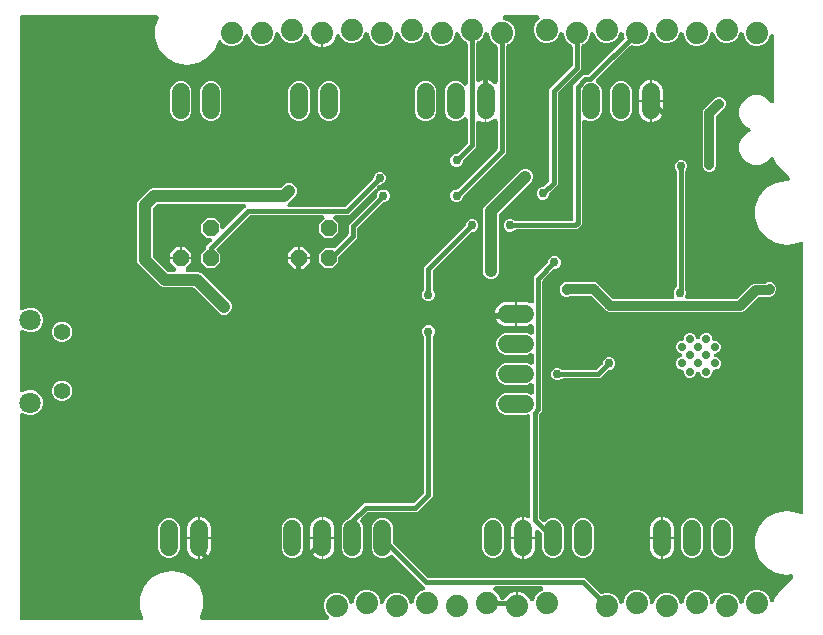
<source format=gbr>
G04 EAGLE Gerber RS-274X export*
G75*
%MOMM*%
%FSLAX34Y34*%
%LPD*%
%INBottom Copper*%
%IPPOS*%
%AMOC8*
5,1,8,0,0,1.08239X$1,22.5*%
G01*
G04 Define Apertures*
%ADD10C,1.879600*%
%ADD11C,1.408000*%
%ADD12C,1.800000*%
%ADD13C,1.524000*%
%ADD14P,1.42962X8X22.5*%
%ADD15C,0.708000*%
%ADD16C,0.756400*%
%ADD17C,0.406400*%
%ADD18C,1.016000*%
%ADD19C,0.812800*%
G36*
X114343Y11083D02*
X115010Y11540D01*
X115446Y12222D01*
X115582Y13019D01*
X115460Y13649D01*
X112903Y20675D01*
X112903Y30125D01*
X116135Y39005D01*
X122210Y46244D01*
X130393Y50969D01*
X139700Y52610D01*
X149007Y50969D01*
X157190Y46244D01*
X163265Y39005D01*
X166497Y30125D01*
X166497Y20675D01*
X163940Y13649D01*
X163820Y12849D01*
X164022Y12066D01*
X164513Y11423D01*
X165215Y11023D01*
X165849Y10922D01*
X270986Y10922D01*
X271779Y11083D01*
X272446Y11540D01*
X272882Y12222D01*
X273017Y13019D01*
X272831Y13806D01*
X272423Y14391D01*
X270141Y16673D01*
X268478Y20687D01*
X268478Y25033D01*
X270141Y29047D01*
X273213Y32119D01*
X277227Y33782D01*
X281573Y33782D01*
X285587Y32119D01*
X288659Y29047D01*
X289969Y25886D01*
X290421Y25215D01*
X291098Y24774D01*
X291895Y24632D01*
X292683Y24812D01*
X293339Y25285D01*
X293758Y25976D01*
X293878Y26663D01*
X293878Y27573D01*
X295541Y31587D01*
X298613Y34659D01*
X302627Y36322D01*
X306973Y36322D01*
X310987Y34659D01*
X314059Y31587D01*
X315722Y27573D01*
X315722Y26663D01*
X315883Y25871D01*
X316340Y25204D01*
X317022Y24768D01*
X317819Y24632D01*
X318606Y24818D01*
X319258Y25297D01*
X319631Y25886D01*
X320941Y29047D01*
X324013Y32119D01*
X328027Y33782D01*
X332373Y33782D01*
X336387Y32119D01*
X339459Y29047D01*
X340769Y25886D01*
X341221Y25215D01*
X341898Y24774D01*
X342695Y24632D01*
X343483Y24812D01*
X344139Y25285D01*
X344558Y25976D01*
X344678Y26663D01*
X344678Y27573D01*
X346341Y31587D01*
X349413Y34659D01*
X352967Y36131D01*
X353637Y36583D01*
X354078Y37261D01*
X354220Y38057D01*
X354041Y38845D01*
X353626Y39445D01*
X327298Y65773D01*
X326624Y66220D01*
X325829Y66368D01*
X325039Y66194D01*
X324424Y65773D01*
X323280Y64628D01*
X319919Y63236D01*
X316281Y63236D01*
X312920Y64628D01*
X310348Y67200D01*
X308956Y70561D01*
X308956Y89439D01*
X310348Y92800D01*
X312920Y95372D01*
X316281Y96764D01*
X319919Y96764D01*
X323280Y95372D01*
X325852Y92800D01*
X327244Y89439D01*
X327244Y76727D01*
X327405Y75934D01*
X327839Y75290D01*
X355978Y47151D01*
X356652Y46705D01*
X357415Y46556D01*
X489333Y46556D01*
X502237Y33652D01*
X502911Y33206D01*
X503706Y33057D01*
X504451Y33212D01*
X505827Y33782D01*
X510173Y33782D01*
X514187Y32119D01*
X517259Y29047D01*
X518569Y25886D01*
X519021Y25215D01*
X519698Y24774D01*
X520495Y24632D01*
X521283Y24812D01*
X521939Y25285D01*
X522358Y25976D01*
X522478Y26663D01*
X522478Y27573D01*
X524141Y31587D01*
X527213Y34659D01*
X531227Y36322D01*
X535573Y36322D01*
X539587Y34659D01*
X542659Y31587D01*
X544322Y27573D01*
X544322Y26663D01*
X544483Y25871D01*
X544940Y25204D01*
X545622Y24768D01*
X546419Y24632D01*
X547206Y24818D01*
X547858Y25297D01*
X548231Y25886D01*
X549541Y29047D01*
X552613Y32119D01*
X556627Y33782D01*
X560973Y33782D01*
X564987Y32119D01*
X568059Y29047D01*
X569369Y25886D01*
X569821Y25215D01*
X570498Y24774D01*
X571295Y24632D01*
X572083Y24812D01*
X572739Y25285D01*
X573158Y25976D01*
X573278Y26663D01*
X573278Y27573D01*
X574941Y31587D01*
X578013Y34659D01*
X582027Y36322D01*
X586373Y36322D01*
X590387Y34659D01*
X593459Y31587D01*
X595122Y27573D01*
X595122Y26663D01*
X595283Y25871D01*
X595740Y25204D01*
X596422Y24768D01*
X597219Y24632D01*
X598006Y24818D01*
X598658Y25297D01*
X599031Y25886D01*
X600341Y29047D01*
X603413Y32119D01*
X607427Y33782D01*
X611773Y33782D01*
X615787Y32119D01*
X618859Y29047D01*
X620169Y25886D01*
X620621Y25215D01*
X621298Y24774D01*
X622095Y24632D01*
X622883Y24812D01*
X623539Y25285D01*
X623958Y25976D01*
X624078Y26663D01*
X624078Y27573D01*
X625741Y31587D01*
X628813Y34659D01*
X632827Y36322D01*
X637173Y36322D01*
X641187Y34659D01*
X644259Y31587D01*
X645973Y27450D01*
X646425Y26780D01*
X647102Y26338D01*
X647899Y26196D01*
X648687Y26376D01*
X649343Y26849D01*
X649727Y27450D01*
X650580Y29508D01*
X650589Y29530D01*
X651393Y31539D01*
X652922Y33068D01*
X652939Y33085D01*
X665673Y46127D01*
X666111Y46807D01*
X666250Y47603D01*
X666067Y48391D01*
X665591Y49045D01*
X664898Y49462D01*
X663866Y49548D01*
X660700Y48990D01*
X651393Y50631D01*
X643210Y55356D01*
X637135Y62595D01*
X633903Y71475D01*
X633903Y80925D01*
X637135Y89805D01*
X643210Y97044D01*
X651393Y101769D01*
X660700Y103410D01*
X670007Y101769D01*
X671530Y100890D01*
X672297Y100633D01*
X673103Y100695D01*
X673821Y101068D01*
X674337Y101690D01*
X674578Y102650D01*
X674578Y329150D01*
X674417Y329943D01*
X673960Y330610D01*
X673279Y331046D01*
X672481Y331181D01*
X671530Y330910D01*
X670007Y330031D01*
X660700Y328390D01*
X651393Y330031D01*
X643210Y334756D01*
X637135Y341995D01*
X633903Y350875D01*
X633903Y360325D01*
X637135Y369205D01*
X643210Y376444D01*
X651393Y381169D01*
X660700Y382810D01*
X660870Y382780D01*
X661679Y382801D01*
X662415Y383136D01*
X662963Y383731D01*
X663235Y384493D01*
X663188Y385300D01*
X662677Y386201D01*
X652939Y396175D01*
X652922Y396192D01*
X651393Y397721D01*
X650589Y399730D01*
X650580Y399752D01*
X649855Y401502D01*
X649403Y402173D01*
X648725Y402614D01*
X647929Y402756D01*
X647140Y402576D01*
X646540Y402162D01*
X642763Y398384D01*
X637466Y396190D01*
X631734Y396190D01*
X626437Y398384D01*
X622384Y402437D01*
X620190Y407734D01*
X620190Y413466D01*
X622384Y418763D01*
X626437Y422816D01*
X628626Y423723D01*
X629296Y424175D01*
X629738Y424852D01*
X629880Y425649D01*
X629700Y426437D01*
X629227Y427093D01*
X628626Y427477D01*
X626437Y428384D01*
X622384Y432437D01*
X620190Y437734D01*
X620190Y443466D01*
X622384Y448763D01*
X626437Y452816D01*
X631734Y455010D01*
X637466Y455010D01*
X642763Y452816D01*
X646309Y449270D01*
X646983Y448823D01*
X647778Y448675D01*
X648568Y448848D01*
X649228Y449316D01*
X649653Y450004D01*
X649778Y450707D01*
X649778Y504921D01*
X649617Y505714D01*
X649160Y506381D01*
X648479Y506817D01*
X647681Y506952D01*
X646894Y506766D01*
X646242Y506288D01*
X645869Y505699D01*
X644259Y501813D01*
X641187Y498741D01*
X637173Y497078D01*
X632827Y497078D01*
X628813Y498741D01*
X625741Y501813D01*
X624078Y505827D01*
X624078Y506737D01*
X623917Y507529D01*
X623460Y508196D01*
X622779Y508632D01*
X621981Y508768D01*
X621194Y508582D01*
X620542Y508103D01*
X620169Y507515D01*
X618859Y504353D01*
X615787Y501281D01*
X611773Y499618D01*
X607427Y499618D01*
X603413Y501281D01*
X600341Y504353D01*
X599031Y507515D01*
X598579Y508185D01*
X597902Y508626D01*
X597105Y508768D01*
X596317Y508588D01*
X595661Y508115D01*
X595242Y507424D01*
X595122Y506737D01*
X595122Y505827D01*
X593459Y501813D01*
X590387Y498741D01*
X586373Y497078D01*
X582027Y497078D01*
X578013Y498741D01*
X574941Y501813D01*
X573278Y505827D01*
X573278Y506737D01*
X573117Y507529D01*
X572660Y508196D01*
X571979Y508632D01*
X571181Y508768D01*
X570394Y508582D01*
X569742Y508103D01*
X569369Y507515D01*
X568059Y504353D01*
X564987Y501281D01*
X560973Y499618D01*
X556627Y499618D01*
X552613Y501281D01*
X549541Y504353D01*
X548231Y507515D01*
X547779Y508185D01*
X547102Y508626D01*
X546305Y508768D01*
X545517Y508588D01*
X544861Y508115D01*
X544442Y507424D01*
X544322Y506737D01*
X544322Y505827D01*
X542659Y501813D01*
X539587Y498741D01*
X535573Y497078D01*
X531227Y497078D01*
X529851Y497648D01*
X529057Y497803D01*
X528266Y497636D01*
X527637Y497208D01*
X499117Y468688D01*
X498670Y468013D01*
X498522Y467218D01*
X498695Y466429D01*
X499163Y465769D01*
X499776Y465373D01*
X499780Y465372D01*
X502352Y462800D01*
X503744Y459439D01*
X503744Y440561D01*
X502352Y437200D01*
X499780Y434628D01*
X496419Y433236D01*
X492781Y433236D01*
X489790Y434475D01*
X488996Y434630D01*
X488205Y434463D01*
X487541Y434000D01*
X487111Y433315D01*
X486980Y432598D01*
X486980Y345551D01*
X482873Y341444D01*
X430790Y341444D01*
X429997Y341283D01*
X429353Y340849D01*
X429006Y340502D01*
X427055Y339694D01*
X424945Y339694D01*
X422994Y340502D01*
X421502Y341994D01*
X420694Y343945D01*
X420694Y346055D01*
X421502Y348006D01*
X422994Y349498D01*
X424945Y350306D01*
X427055Y350306D01*
X429006Y349498D01*
X429353Y349151D01*
X430027Y348705D01*
X430790Y348556D01*
X477836Y348556D01*
X478629Y348717D01*
X479296Y349174D01*
X479731Y349856D01*
X479868Y350588D01*
X479868Y463722D01*
X488498Y472352D01*
X491881Y472352D01*
X492674Y472513D01*
X493318Y472947D01*
X522608Y502237D01*
X523054Y502911D01*
X523203Y503706D01*
X523048Y504451D01*
X522478Y505827D01*
X522478Y506737D01*
X522317Y507529D01*
X521860Y508196D01*
X521179Y508632D01*
X520381Y508768D01*
X519594Y508582D01*
X518942Y508103D01*
X518569Y507515D01*
X517259Y504353D01*
X514187Y501281D01*
X510173Y499618D01*
X505827Y499618D01*
X501813Y501281D01*
X498741Y504353D01*
X497431Y507515D01*
X496979Y508185D01*
X496302Y508626D01*
X495505Y508768D01*
X494717Y508588D01*
X494061Y508115D01*
X493642Y507424D01*
X493522Y506737D01*
X493522Y505827D01*
X491859Y501813D01*
X488787Y498741D01*
X487410Y498171D01*
X486740Y497719D01*
X486299Y497041D01*
X486156Y496293D01*
X486156Y477127D01*
X467151Y458122D01*
X466705Y457448D01*
X466556Y456685D01*
X466556Y379505D01*
X459912Y372861D01*
X459466Y372187D01*
X459317Y371424D01*
X459317Y370933D01*
X458509Y368983D01*
X457017Y367491D01*
X455067Y366683D01*
X452956Y366683D01*
X451006Y367491D01*
X449513Y368983D01*
X448705Y370933D01*
X448705Y373044D01*
X449513Y374994D01*
X451006Y376487D01*
X452956Y377295D01*
X453447Y377295D01*
X454239Y377456D01*
X454883Y377890D01*
X458849Y381855D01*
X459295Y382530D01*
X459444Y383292D01*
X459444Y460473D01*
X478449Y479478D01*
X478895Y480152D01*
X479044Y480915D01*
X479044Y496293D01*
X478883Y497086D01*
X478426Y497753D01*
X477790Y498171D01*
X476413Y498741D01*
X473341Y501813D01*
X471678Y505827D01*
X471678Y506737D01*
X471517Y507529D01*
X471060Y508196D01*
X470379Y508632D01*
X469581Y508768D01*
X468794Y508582D01*
X468142Y508103D01*
X467769Y507515D01*
X466459Y504353D01*
X463387Y501281D01*
X459373Y499618D01*
X455027Y499618D01*
X451013Y501281D01*
X447941Y504353D01*
X446278Y508367D01*
X446278Y512713D01*
X447941Y516727D01*
X450608Y519394D01*
X451054Y520068D01*
X451203Y520863D01*
X451029Y521653D01*
X450561Y522313D01*
X449873Y522738D01*
X449171Y522863D01*
X421974Y522863D01*
X421182Y522702D01*
X420515Y522244D01*
X420079Y521563D01*
X419943Y520766D01*
X420130Y519979D01*
X420608Y519327D01*
X421197Y518953D01*
X425287Y517259D01*
X428359Y514187D01*
X430022Y510173D01*
X430022Y505827D01*
X428359Y501813D01*
X425287Y498741D01*
X423910Y498171D01*
X423240Y497719D01*
X422799Y497041D01*
X422656Y496293D01*
X422656Y406627D01*
X386901Y370872D01*
X386455Y370198D01*
X386306Y369435D01*
X386306Y368945D01*
X385498Y366994D01*
X384006Y365502D01*
X382055Y364694D01*
X379945Y364694D01*
X377994Y365502D01*
X376502Y366994D01*
X375694Y368945D01*
X375694Y371055D01*
X376502Y373006D01*
X377994Y374498D01*
X379945Y375306D01*
X380435Y375306D01*
X381228Y375467D01*
X381872Y375901D01*
X414949Y408978D01*
X415395Y409652D01*
X415544Y410415D01*
X415544Y433250D01*
X415383Y434042D01*
X414926Y434709D01*
X414245Y435145D01*
X413447Y435281D01*
X412660Y435095D01*
X412075Y434687D01*
X411155Y433767D01*
X407421Y432220D01*
X406162Y432220D01*
X406162Y467780D01*
X407421Y467780D01*
X411155Y466233D01*
X412075Y465313D01*
X412749Y464867D01*
X413544Y464718D01*
X414334Y464892D01*
X414994Y465360D01*
X415419Y466048D01*
X415544Y466750D01*
X415544Y496293D01*
X415383Y497086D01*
X414926Y497753D01*
X414290Y498171D01*
X412913Y498741D01*
X409841Y501813D01*
X408178Y505827D01*
X408178Y506737D01*
X408017Y507529D01*
X407560Y508196D01*
X406879Y508632D01*
X406081Y508768D01*
X405294Y508582D01*
X404642Y508103D01*
X404269Y507515D01*
X402959Y504353D01*
X399887Y501281D01*
X398510Y500711D01*
X397840Y500259D01*
X397399Y499581D01*
X397256Y498833D01*
X397256Y468285D01*
X397417Y467492D01*
X397874Y466825D01*
X398556Y466389D01*
X399353Y466254D01*
X400066Y466408D01*
X403379Y467780D01*
X404638Y467780D01*
X404638Y432220D01*
X403379Y432220D01*
X400066Y433592D01*
X399272Y433747D01*
X398481Y433580D01*
X397817Y433117D01*
X397387Y432433D01*
X397256Y431715D01*
X397256Y411227D01*
X386901Y400872D01*
X386455Y400198D01*
X386306Y399435D01*
X386306Y398945D01*
X385498Y396994D01*
X384006Y395502D01*
X382055Y394694D01*
X379945Y394694D01*
X377994Y395502D01*
X376502Y396994D01*
X375694Y398945D01*
X375694Y401055D01*
X376502Y403006D01*
X377994Y404498D01*
X379945Y405306D01*
X380435Y405306D01*
X381228Y405467D01*
X381872Y405901D01*
X389549Y413578D01*
X389995Y414252D01*
X390144Y415015D01*
X390144Y434687D01*
X389983Y435479D01*
X389526Y436146D01*
X388845Y436582D01*
X388047Y436718D01*
X387260Y436532D01*
X386675Y436124D01*
X385180Y434628D01*
X381819Y433236D01*
X378181Y433236D01*
X374820Y434628D01*
X372248Y437200D01*
X370856Y440561D01*
X370856Y459439D01*
X372248Y462800D01*
X374820Y465372D01*
X378181Y466764D01*
X381819Y466764D01*
X385180Y465372D01*
X386675Y463876D01*
X387349Y463430D01*
X388144Y463282D01*
X388934Y463455D01*
X389594Y463923D01*
X390019Y464611D01*
X390144Y465313D01*
X390144Y498833D01*
X389983Y499626D01*
X389526Y500293D01*
X388890Y500711D01*
X387513Y501281D01*
X384441Y504353D01*
X383131Y507515D01*
X382679Y508185D01*
X382002Y508626D01*
X381205Y508768D01*
X380417Y508588D01*
X379761Y508115D01*
X379342Y507424D01*
X379222Y506737D01*
X379222Y505827D01*
X377559Y501813D01*
X374487Y498741D01*
X370473Y497078D01*
X366127Y497078D01*
X362113Y498741D01*
X359041Y501813D01*
X357378Y505827D01*
X357378Y506737D01*
X357217Y507529D01*
X356760Y508196D01*
X356079Y508632D01*
X355281Y508768D01*
X354494Y508582D01*
X353842Y508103D01*
X353469Y507515D01*
X352159Y504353D01*
X349087Y501281D01*
X345073Y499618D01*
X340727Y499618D01*
X336713Y501281D01*
X333641Y504353D01*
X332331Y507515D01*
X331879Y508185D01*
X331202Y508626D01*
X330405Y508768D01*
X329617Y508588D01*
X328961Y508115D01*
X328542Y507424D01*
X328422Y506737D01*
X328422Y505827D01*
X326759Y501813D01*
X323687Y498741D01*
X319673Y497078D01*
X315327Y497078D01*
X311313Y498741D01*
X308241Y501813D01*
X306578Y505827D01*
X306578Y506737D01*
X306417Y507529D01*
X305960Y508196D01*
X305279Y508632D01*
X304481Y508768D01*
X303694Y508582D01*
X303042Y508103D01*
X302669Y507515D01*
X301359Y504353D01*
X298287Y501281D01*
X294273Y499618D01*
X289927Y499618D01*
X285913Y501281D01*
X282841Y504353D01*
X282353Y505530D01*
X281901Y506201D01*
X281224Y506642D01*
X280427Y506784D01*
X279639Y506604D01*
X278983Y506131D01*
X278599Y505530D01*
X276821Y501238D01*
X273462Y497879D01*
X269075Y496062D01*
X267462Y496062D01*
X267462Y508762D01*
X265938Y508762D01*
X265938Y496062D01*
X264325Y496062D01*
X259938Y497879D01*
X256579Y501238D01*
X254801Y505530D01*
X254349Y506201D01*
X253672Y506642D01*
X252876Y506784D01*
X252087Y506604D01*
X251431Y506131D01*
X251047Y505530D01*
X250559Y504353D01*
X247487Y501281D01*
X243473Y499618D01*
X239127Y499618D01*
X235113Y501281D01*
X232041Y504353D01*
X230731Y507515D01*
X230279Y508185D01*
X229602Y508626D01*
X228805Y508768D01*
X228017Y508588D01*
X227361Y508115D01*
X226942Y507424D01*
X226822Y506737D01*
X226822Y505827D01*
X225159Y501813D01*
X222087Y498741D01*
X218073Y497078D01*
X213727Y497078D01*
X209713Y498741D01*
X206641Y501813D01*
X205077Y505588D01*
X204625Y506258D01*
X203948Y506700D01*
X203151Y506841D01*
X202363Y506662D01*
X201707Y506189D01*
X201323Y505588D01*
X199759Y501813D01*
X196687Y498741D01*
X192673Y497078D01*
X188327Y497078D01*
X184313Y498741D01*
X181828Y501226D01*
X181153Y501673D01*
X180358Y501821D01*
X179569Y501648D01*
X178909Y501180D01*
X178481Y500484D01*
X176265Y494395D01*
X170190Y487156D01*
X162007Y482431D01*
X152700Y480790D01*
X143393Y482431D01*
X135210Y487156D01*
X129135Y494395D01*
X125903Y503275D01*
X125903Y512725D01*
X128600Y520136D01*
X128720Y520936D01*
X128518Y521719D01*
X128027Y522361D01*
X127325Y522761D01*
X126691Y522863D01*
X12954Y522863D01*
X12161Y522702D01*
X11494Y522244D01*
X11059Y521563D01*
X10922Y520831D01*
X10922Y275500D01*
X11083Y274708D01*
X11540Y274041D01*
X12222Y273605D01*
X13019Y273469D01*
X13732Y273623D01*
X17829Y275320D01*
X22015Y275320D01*
X25883Y273718D01*
X28844Y270757D01*
X30446Y266889D01*
X30446Y262703D01*
X28844Y258835D01*
X25883Y255874D01*
X22015Y254272D01*
X17829Y254272D01*
X13732Y255969D01*
X12938Y256124D01*
X12147Y255956D01*
X11483Y255494D01*
X11053Y254809D01*
X10922Y254092D01*
X10922Y205500D01*
X11083Y204708D01*
X11540Y204041D01*
X12222Y203605D01*
X13019Y203469D01*
X13732Y203623D01*
X17829Y205320D01*
X22015Y205320D01*
X25883Y203718D01*
X28844Y200757D01*
X30446Y196889D01*
X30446Y192703D01*
X28844Y188835D01*
X25883Y185874D01*
X22015Y184272D01*
X17829Y184272D01*
X13732Y185969D01*
X12938Y186124D01*
X12147Y185956D01*
X11483Y185494D01*
X11053Y184809D01*
X10922Y184092D01*
X10922Y12954D01*
X11083Y12161D01*
X11540Y11494D01*
X12222Y11059D01*
X12954Y10922D01*
X113551Y10922D01*
X114343Y11083D01*
G37*
%LPC*%
G36*
X546162Y450762D02*
X546162Y467780D01*
X547421Y467780D01*
X551155Y466233D01*
X554013Y463375D01*
X555560Y459641D01*
X555560Y450762D01*
X546162Y450762D01*
G37*
G36*
X535240Y450762D02*
X535240Y459641D01*
X536787Y463375D01*
X539645Y466233D01*
X543379Y467780D01*
X544638Y467780D01*
X544638Y450762D01*
X535240Y450762D01*
G37*
G36*
X352781Y433236D02*
X349420Y434628D01*
X346848Y437200D01*
X345456Y440561D01*
X345456Y459439D01*
X346848Y462800D01*
X349420Y465372D01*
X352781Y466764D01*
X356419Y466764D01*
X359780Y465372D01*
X362352Y462800D01*
X363744Y459439D01*
X363744Y440561D01*
X362352Y437200D01*
X359780Y434628D01*
X356419Y433236D01*
X352781Y433236D01*
G37*
G36*
X245481Y433236D02*
X242120Y434628D01*
X239548Y437200D01*
X238156Y440561D01*
X238156Y459439D01*
X239548Y462800D01*
X242120Y465372D01*
X245481Y466764D01*
X249119Y466764D01*
X252480Y465372D01*
X255052Y462800D01*
X256444Y459439D01*
X256444Y440561D01*
X255052Y437200D01*
X252480Y434628D01*
X249119Y433236D01*
X245481Y433236D01*
G37*
G36*
X170881Y433236D02*
X167520Y434628D01*
X164948Y437200D01*
X163556Y440561D01*
X163556Y459439D01*
X164948Y462800D01*
X167520Y465372D01*
X170881Y466764D01*
X174519Y466764D01*
X177880Y465372D01*
X180452Y462800D01*
X181844Y459439D01*
X181844Y440561D01*
X180452Y437200D01*
X177880Y434628D01*
X174519Y433236D01*
X170881Y433236D01*
G37*
G36*
X518181Y433236D02*
X514820Y434628D01*
X512248Y437200D01*
X510856Y440561D01*
X510856Y459439D01*
X512248Y462800D01*
X514820Y465372D01*
X518181Y466764D01*
X521819Y466764D01*
X525180Y465372D01*
X527752Y462800D01*
X529144Y459439D01*
X529144Y440561D01*
X527752Y437200D01*
X525180Y434628D01*
X521819Y433236D01*
X518181Y433236D01*
G37*
G36*
X145481Y433236D02*
X142120Y434628D01*
X139548Y437200D01*
X138156Y440561D01*
X138156Y459439D01*
X139548Y462800D01*
X142120Y465372D01*
X145481Y466764D01*
X149119Y466764D01*
X152480Y465372D01*
X155052Y462800D01*
X156444Y459439D01*
X156444Y440561D01*
X155052Y437200D01*
X152480Y434628D01*
X149119Y433236D01*
X145481Y433236D01*
G37*
G36*
X270881Y433236D02*
X267520Y434628D01*
X264948Y437200D01*
X263556Y440561D01*
X263556Y459439D01*
X264948Y462800D01*
X267520Y465372D01*
X270881Y466764D01*
X274519Y466764D01*
X277880Y465372D01*
X280452Y462800D01*
X281844Y459439D01*
X281844Y440561D01*
X280452Y437200D01*
X277880Y434628D01*
X274519Y433236D01*
X270881Y433236D01*
G37*
G36*
X593888Y390412D02*
X591835Y391263D01*
X590263Y392835D01*
X589412Y394888D01*
X589412Y441112D01*
X590263Y443165D01*
X599835Y452737D01*
X601888Y453588D01*
X604112Y453588D01*
X606165Y452737D01*
X607737Y451165D01*
X608588Y449112D01*
X608588Y446888D01*
X607737Y444835D01*
X601183Y438281D01*
X600737Y437606D01*
X600588Y436844D01*
X600588Y394888D01*
X599737Y392835D01*
X598165Y391263D01*
X596112Y390412D01*
X593888Y390412D01*
G37*
G36*
X543379Y432220D02*
X539645Y433767D01*
X536787Y436625D01*
X535240Y440359D01*
X535240Y449238D01*
X544638Y449238D01*
X544638Y432220D01*
X543379Y432220D01*
G37*
G36*
X546162Y432220D02*
X546162Y449238D01*
X555560Y449238D01*
X555560Y440359D01*
X554013Y436625D01*
X551155Y433767D01*
X547421Y432220D01*
X546162Y432220D01*
G37*
G36*
X509888Y271412D02*
X507835Y272263D01*
X495281Y284817D01*
X494606Y285263D01*
X493844Y285412D01*
X477930Y285412D01*
X477152Y285257D01*
X475112Y284412D01*
X472888Y284412D01*
X470835Y285263D01*
X469263Y286835D01*
X468412Y288888D01*
X468412Y292112D01*
X469263Y294165D01*
X470835Y295737D01*
X472888Y296588D01*
X498112Y296588D01*
X500165Y295737D01*
X512719Y283183D01*
X513394Y282737D01*
X514156Y282588D01*
X563457Y282588D01*
X564250Y282749D01*
X564917Y283206D01*
X565353Y283888D01*
X565488Y284685D01*
X565335Y285398D01*
X564694Y286945D01*
X564694Y289055D01*
X565502Y291006D01*
X566849Y292353D01*
X567295Y293027D01*
X567444Y293790D01*
X567444Y390211D01*
X567283Y391003D01*
X566849Y391647D01*
X566502Y391994D01*
X565694Y393945D01*
X565694Y396055D01*
X566502Y398006D01*
X567994Y399498D01*
X569945Y400306D01*
X572055Y400306D01*
X574006Y399498D01*
X575498Y398006D01*
X576306Y396055D01*
X576306Y393945D01*
X575498Y391994D01*
X575151Y391647D01*
X574705Y390973D01*
X574556Y390211D01*
X574556Y291270D01*
X574711Y290493D01*
X575306Y289055D01*
X575306Y286945D01*
X574665Y285398D01*
X574511Y284604D01*
X574678Y283813D01*
X575141Y283149D01*
X575825Y282719D01*
X576543Y282588D01*
X617844Y282588D01*
X618636Y282749D01*
X619281Y283183D01*
X630835Y294737D01*
X632888Y295588D01*
X642070Y295588D01*
X642848Y295743D01*
X644888Y296588D01*
X647112Y296588D01*
X649165Y295737D01*
X650737Y294165D01*
X651588Y292112D01*
X651588Y289888D01*
X650737Y287835D01*
X648165Y285263D01*
X646112Y284412D01*
X637156Y284412D01*
X636364Y284251D01*
X635719Y283817D01*
X624165Y272263D01*
X622112Y271412D01*
X509888Y271412D01*
G37*
G36*
X408686Y299396D02*
X406259Y300401D01*
X404401Y302259D01*
X403396Y304686D01*
X403396Y358314D01*
X404401Y360741D01*
X435259Y391599D01*
X437686Y392604D01*
X440314Y392604D01*
X442741Y391599D01*
X444599Y389741D01*
X445604Y387314D01*
X445604Y384686D01*
X444599Y382259D01*
X417199Y354860D01*
X416753Y354185D01*
X416604Y353423D01*
X416604Y304686D01*
X415599Y302259D01*
X413741Y300401D01*
X411314Y299396D01*
X408686Y299396D01*
G37*
G36*
X182686Y269396D02*
X180259Y270401D01*
X158860Y291801D01*
X158185Y292247D01*
X157423Y292396D01*
X132686Y292396D01*
X130259Y293401D01*
X111401Y312259D01*
X110396Y314686D01*
X110396Y363314D01*
X111401Y365741D01*
X121259Y375599D01*
X123686Y376604D01*
X231423Y376604D01*
X232215Y376765D01*
X232860Y377199D01*
X235259Y379599D01*
X237686Y380604D01*
X240314Y380604D01*
X242741Y379599D01*
X244599Y377741D01*
X245604Y375314D01*
X245604Y372686D01*
X244599Y370259D01*
X238618Y364278D01*
X238225Y364013D01*
X237783Y363336D01*
X237641Y362539D01*
X237821Y361751D01*
X238294Y361095D01*
X238986Y360676D01*
X239673Y360556D01*
X285685Y360556D01*
X286478Y360717D01*
X287122Y361151D01*
X310099Y384128D01*
X310545Y384802D01*
X310694Y385565D01*
X310694Y386055D01*
X311502Y388006D01*
X312994Y389498D01*
X314945Y390306D01*
X317055Y390306D01*
X319006Y389498D01*
X320498Y388006D01*
X321306Y386055D01*
X321306Y383945D01*
X320498Y381994D01*
X319006Y380502D01*
X317055Y379694D01*
X316565Y379694D01*
X315772Y379533D01*
X315128Y379099D01*
X313885Y377856D01*
X313438Y377182D01*
X313290Y376387D01*
X313463Y375597D01*
X313618Y375379D01*
X313298Y375580D01*
X312500Y375709D01*
X311715Y375516D01*
X311144Y375115D01*
X289473Y353444D01*
X278356Y353444D01*
X277564Y353283D01*
X276897Y352826D01*
X276461Y352145D01*
X276325Y351347D01*
X276512Y350560D01*
X276920Y349975D01*
X280828Y346067D01*
X280828Y339333D01*
X276067Y334572D01*
X269333Y334572D01*
X264572Y339333D01*
X264572Y346067D01*
X268480Y349975D01*
X268927Y350649D01*
X269075Y351444D01*
X268902Y352234D01*
X268434Y352894D01*
X267746Y353319D01*
X267044Y353444D01*
X206315Y353444D01*
X205522Y353283D01*
X204878Y352849D01*
X178199Y326170D01*
X177752Y325496D01*
X177604Y324701D01*
X177777Y323911D01*
X178199Y323296D01*
X180828Y320667D01*
X180828Y313933D01*
X176067Y309172D01*
X169333Y309172D01*
X164572Y313933D01*
X164572Y320667D01*
X168549Y324644D01*
X168995Y325318D01*
X169144Y326080D01*
X169144Y327173D01*
X173074Y331103D01*
X173521Y331777D01*
X173669Y332572D01*
X173496Y333362D01*
X173028Y334022D01*
X172340Y334447D01*
X171637Y334572D01*
X169333Y334572D01*
X164572Y339333D01*
X164572Y346067D01*
X169333Y350828D01*
X176067Y350828D01*
X180828Y346067D01*
X180828Y343763D01*
X180989Y342970D01*
X181446Y342303D01*
X182128Y341867D01*
X182925Y341732D01*
X183712Y341918D01*
X184297Y342326D01*
X201898Y359927D01*
X202345Y360601D01*
X202493Y361396D01*
X202320Y362186D01*
X201852Y362846D01*
X201164Y363271D01*
X200461Y363396D01*
X128577Y363396D01*
X127785Y363235D01*
X127140Y362801D01*
X124199Y359860D01*
X123753Y359185D01*
X123604Y358423D01*
X123604Y319577D01*
X123765Y318785D01*
X124199Y318140D01*
X136140Y306199D01*
X136815Y305753D01*
X137577Y305604D01*
X141159Y305604D01*
X141951Y305765D01*
X142618Y306222D01*
X143054Y306904D01*
X143190Y307701D01*
X143004Y308488D01*
X142596Y309073D01*
X138156Y313512D01*
X138156Y316538D01*
X156444Y316538D01*
X156444Y313512D01*
X152004Y309073D01*
X151558Y308399D01*
X151410Y307604D01*
X151583Y306814D01*
X152051Y306154D01*
X152739Y305729D01*
X153441Y305604D01*
X162314Y305604D01*
X164741Y304599D01*
X189599Y279741D01*
X190604Y277314D01*
X190604Y274686D01*
X189599Y272259D01*
X187741Y270401D01*
X185314Y269396D01*
X182686Y269396D01*
G37*
G36*
X269333Y309172D02*
X264572Y313933D01*
X264572Y320667D01*
X269333Y325428D01*
X276557Y325428D01*
X277350Y325589D01*
X277994Y326023D01*
X288849Y336878D01*
X289295Y337552D01*
X289444Y338315D01*
X289444Y345473D01*
X313099Y369128D01*
X313545Y369802D01*
X313694Y370565D01*
X313694Y371055D01*
X314458Y372901D01*
X314613Y373695D01*
X314446Y374486D01*
X314282Y374720D01*
X314619Y374512D01*
X315419Y374389D01*
X316099Y374542D01*
X317945Y375306D01*
X320055Y375306D01*
X322006Y374498D01*
X323498Y373006D01*
X324306Y371055D01*
X324306Y368945D01*
X323498Y366994D01*
X322006Y365502D01*
X320055Y364694D01*
X319565Y364694D01*
X318772Y364533D01*
X318128Y364099D01*
X297151Y343122D01*
X296705Y342448D01*
X296556Y341685D01*
X296556Y334527D01*
X281423Y319394D01*
X280977Y318720D01*
X280828Y317957D01*
X280828Y313933D01*
X276067Y309172D01*
X269333Y309172D01*
G37*
G36*
X355945Y280694D02*
X353994Y281502D01*
X352502Y282994D01*
X351694Y284945D01*
X351694Y287055D01*
X352502Y289006D01*
X352849Y289353D01*
X353295Y290027D01*
X353444Y290790D01*
X353444Y309473D01*
X388099Y344128D01*
X388545Y344802D01*
X388694Y345565D01*
X388694Y346055D01*
X389502Y348006D01*
X390994Y349498D01*
X392945Y350306D01*
X395055Y350306D01*
X397006Y349498D01*
X398498Y348006D01*
X399306Y346055D01*
X399306Y343945D01*
X398498Y341994D01*
X397006Y340502D01*
X395055Y339694D01*
X394565Y339694D01*
X393772Y339533D01*
X393128Y339099D01*
X361151Y307122D01*
X360705Y306448D01*
X360556Y305685D01*
X360556Y290790D01*
X360717Y289997D01*
X361151Y289353D01*
X361498Y289006D01*
X362306Y287055D01*
X362306Y284945D01*
X361498Y282994D01*
X360006Y281502D01*
X358055Y280694D01*
X355945Y280694D01*
G37*
G36*
X248062Y318062D02*
X248062Y326444D01*
X251088Y326444D01*
X256444Y321088D01*
X256444Y318062D01*
X248062Y318062D01*
G37*
G36*
X138156Y318062D02*
X138156Y321088D01*
X143512Y326444D01*
X146538Y326444D01*
X146538Y318062D01*
X138156Y318062D01*
G37*
G36*
X238156Y318062D02*
X238156Y321088D01*
X243512Y326444D01*
X246538Y326444D01*
X246538Y318062D01*
X238156Y318062D01*
G37*
G36*
X148062Y318062D02*
X148062Y326444D01*
X151088Y326444D01*
X156444Y321088D01*
X156444Y318062D01*
X148062Y318062D01*
G37*
G36*
X460881Y63236D02*
X457520Y64628D01*
X454948Y67200D01*
X453556Y70561D01*
X453556Y83273D01*
X453395Y84066D01*
X452961Y84710D01*
X450929Y86742D01*
X450255Y87189D01*
X449460Y87337D01*
X448670Y87164D01*
X448010Y86696D01*
X447585Y86008D01*
X447460Y85305D01*
X447460Y80762D01*
X438062Y80762D01*
X438062Y97780D01*
X439321Y97780D01*
X440634Y97236D01*
X441428Y97081D01*
X442219Y97249D01*
X442883Y97711D01*
X443313Y98396D01*
X443444Y99113D01*
X443444Y182960D01*
X443283Y183752D01*
X442826Y184419D01*
X442145Y184855D01*
X441347Y184991D01*
X440634Y184837D01*
X440439Y184756D01*
X421561Y184756D01*
X418200Y186148D01*
X415628Y188720D01*
X414236Y192081D01*
X414236Y195719D01*
X415628Y199080D01*
X418200Y201652D01*
X421561Y203044D01*
X440439Y203044D01*
X443430Y201805D01*
X444224Y201650D01*
X445015Y201818D01*
X445679Y202280D01*
X446109Y202965D01*
X446240Y203682D01*
X446240Y209518D01*
X446079Y210310D01*
X445622Y210977D01*
X444941Y211413D01*
X444143Y211549D01*
X443430Y211395D01*
X440439Y210156D01*
X421561Y210156D01*
X418200Y211548D01*
X415628Y214120D01*
X414236Y217481D01*
X414236Y221119D01*
X415628Y224480D01*
X418200Y227052D01*
X421561Y228444D01*
X440439Y228444D01*
X443430Y227205D01*
X444224Y227050D01*
X445015Y227218D01*
X445679Y227680D01*
X446109Y228365D01*
X446240Y229082D01*
X446240Y234918D01*
X446079Y235710D01*
X445622Y236377D01*
X444941Y236813D01*
X444143Y236949D01*
X443430Y236795D01*
X440439Y235556D01*
X421561Y235556D01*
X418200Y236948D01*
X415628Y239520D01*
X414236Y242881D01*
X414236Y246519D01*
X415628Y249880D01*
X418200Y252452D01*
X421561Y253844D01*
X440439Y253844D01*
X443430Y252605D01*
X444224Y252450D01*
X445015Y252618D01*
X445679Y253080D01*
X446109Y253765D01*
X446240Y254482D01*
X446240Y259218D01*
X446079Y260011D01*
X445622Y260678D01*
X444941Y261113D01*
X444143Y261249D01*
X443430Y261095D01*
X440641Y259940D01*
X431762Y259940D01*
X431762Y280260D01*
X440641Y280260D01*
X443430Y279105D01*
X444224Y278950D01*
X445015Y279117D01*
X445679Y279580D01*
X446109Y280265D01*
X446240Y280982D01*
X446240Y301269D01*
X457724Y312753D01*
X458171Y313428D01*
X458320Y314190D01*
X458320Y314681D01*
X459127Y316631D01*
X460620Y318124D01*
X462570Y318932D01*
X464681Y318932D01*
X466631Y318124D01*
X468124Y316631D01*
X468932Y314681D01*
X468932Y312570D01*
X468124Y310620D01*
X466631Y309127D01*
X464681Y308320D01*
X464190Y308320D01*
X463398Y308159D01*
X462753Y307724D01*
X453947Y298918D01*
X453501Y298244D01*
X453352Y297481D01*
X453352Y187798D01*
X451151Y185597D01*
X450705Y184923D01*
X450556Y184160D01*
X450556Y98015D01*
X450717Y97222D01*
X451151Y96578D01*
X453502Y94227D01*
X454176Y93780D01*
X454971Y93632D01*
X455761Y93806D01*
X456376Y94227D01*
X457520Y95372D01*
X460881Y96764D01*
X464519Y96764D01*
X467880Y95372D01*
X470452Y92800D01*
X471844Y89439D01*
X471844Y70561D01*
X470452Y67200D01*
X467880Y64628D01*
X464519Y63236D01*
X460881Y63236D01*
G37*
G36*
X248062Y308156D02*
X248062Y316538D01*
X256444Y316538D01*
X256444Y313512D01*
X251088Y308156D01*
X248062Y308156D01*
G37*
G36*
X243512Y308156D02*
X238156Y313512D01*
X238156Y316538D01*
X246538Y316538D01*
X246538Y308156D01*
X243512Y308156D01*
G37*
G36*
X413220Y270862D02*
X413220Y272121D01*
X414767Y275855D01*
X417625Y278713D01*
X421359Y280260D01*
X430238Y280260D01*
X430238Y270862D01*
X413220Y270862D01*
G37*
G36*
X421359Y259940D02*
X417625Y261487D01*
X414767Y264345D01*
X413220Y268079D01*
X413220Y269338D01*
X430238Y269338D01*
X430238Y259940D01*
X421359Y259940D01*
G37*
G36*
X45219Y246232D02*
X42071Y247536D01*
X39662Y249945D01*
X38358Y253093D01*
X38358Y256500D01*
X39662Y259647D01*
X42071Y262056D01*
X45219Y263360D01*
X48626Y263360D01*
X51773Y262056D01*
X54182Y259647D01*
X55486Y256500D01*
X55486Y253093D01*
X54182Y249945D01*
X51773Y247536D01*
X48626Y246232D01*
X45219Y246232D01*
G37*
G36*
X290881Y63236D02*
X287520Y64628D01*
X284948Y67200D01*
X283556Y70561D01*
X283556Y89439D01*
X284948Y92800D01*
X287520Y95372D01*
X288551Y95799D01*
X289210Y96239D01*
X302527Y109556D01*
X343685Y109556D01*
X344478Y109717D01*
X345122Y110151D01*
X352849Y117878D01*
X353295Y118552D01*
X353444Y119315D01*
X353444Y250211D01*
X353283Y251003D01*
X352849Y251647D01*
X352502Y251994D01*
X351694Y253945D01*
X351694Y256055D01*
X352502Y258006D01*
X353994Y259498D01*
X355945Y260306D01*
X358055Y260306D01*
X360006Y259498D01*
X361498Y258006D01*
X362306Y256055D01*
X362306Y253945D01*
X361498Y251994D01*
X361151Y251647D01*
X360705Y250973D01*
X360556Y250211D01*
X360556Y115527D01*
X347473Y102444D01*
X306315Y102444D01*
X305522Y102283D01*
X304878Y101849D01*
X299577Y96548D01*
X299130Y95874D01*
X298982Y95079D01*
X299156Y94289D01*
X299577Y93674D01*
X300452Y92800D01*
X301844Y89439D01*
X301844Y70561D01*
X300452Y67200D01*
X297880Y64628D01*
X294519Y63236D01*
X290881Y63236D01*
G37*
G36*
X577393Y215936D02*
X575532Y216707D01*
X574107Y218132D01*
X573336Y219993D01*
X573336Y220904D01*
X573175Y221697D01*
X572718Y222364D01*
X572037Y222799D01*
X571304Y222936D01*
X570393Y222936D01*
X568532Y223707D01*
X567107Y225132D01*
X566336Y226993D01*
X566336Y229007D01*
X567107Y230869D01*
X568532Y232293D01*
X570534Y233123D01*
X571205Y233575D01*
X571646Y234252D01*
X571788Y235049D01*
X571608Y235837D01*
X571135Y236493D01*
X570534Y236877D01*
X568532Y237707D01*
X567107Y239132D01*
X566336Y240993D01*
X566336Y243007D01*
X567107Y244869D01*
X568532Y246293D01*
X570393Y247064D01*
X571304Y247064D01*
X572097Y247225D01*
X572764Y247682D01*
X573199Y248364D01*
X573336Y249096D01*
X573336Y250007D01*
X574107Y251869D01*
X575532Y253293D01*
X577393Y254064D01*
X579407Y254064D01*
X581269Y253293D01*
X582693Y251869D01*
X583523Y249866D01*
X583975Y249195D01*
X584652Y248754D01*
X585449Y248612D01*
X586237Y248792D01*
X586893Y249265D01*
X587277Y249866D01*
X588107Y251869D01*
X589532Y253293D01*
X591393Y254064D01*
X593407Y254064D01*
X595269Y253293D01*
X596693Y251869D01*
X597464Y250007D01*
X597464Y249096D01*
X597625Y248303D01*
X598082Y247636D01*
X598764Y247201D01*
X599496Y247064D01*
X600407Y247064D01*
X602269Y246293D01*
X603693Y244869D01*
X604464Y243007D01*
X604464Y240993D01*
X603693Y239132D01*
X602269Y237707D01*
X600266Y236877D01*
X599595Y236425D01*
X599154Y235748D01*
X599012Y234951D01*
X599192Y234163D01*
X599665Y233507D01*
X600266Y233123D01*
X602269Y232293D01*
X603693Y230869D01*
X604464Y229007D01*
X604464Y226993D01*
X603693Y225132D01*
X602269Y223707D01*
X600407Y222936D01*
X599496Y222936D01*
X598703Y222775D01*
X598036Y222318D01*
X597601Y221637D01*
X597464Y220904D01*
X597464Y219993D01*
X596693Y218132D01*
X595269Y216707D01*
X593407Y215936D01*
X591393Y215936D01*
X589532Y216707D01*
X588107Y218132D01*
X587277Y220134D01*
X586825Y220805D01*
X586148Y221246D01*
X585351Y221388D01*
X584563Y221208D01*
X583907Y220735D01*
X583523Y220134D01*
X582693Y218132D01*
X581269Y216707D01*
X579407Y215936D01*
X577393Y215936D01*
G37*
G36*
X464945Y213694D02*
X462994Y214502D01*
X461502Y215994D01*
X460694Y217945D01*
X460694Y220055D01*
X461502Y222006D01*
X462994Y223498D01*
X464945Y224306D01*
X467055Y224306D01*
X469006Y223498D01*
X469353Y223151D01*
X470027Y222705D01*
X470790Y222556D01*
X498685Y222556D01*
X499478Y222717D01*
X500122Y223151D01*
X504099Y227128D01*
X504545Y227802D01*
X504694Y228565D01*
X504694Y229055D01*
X505502Y231006D01*
X506994Y232498D01*
X508945Y233306D01*
X511055Y233306D01*
X513006Y232498D01*
X514498Y231006D01*
X515306Y229055D01*
X515306Y226945D01*
X514498Y224994D01*
X513006Y223502D01*
X511055Y222694D01*
X510565Y222694D01*
X509772Y222533D01*
X509128Y222099D01*
X502473Y215444D01*
X470790Y215444D01*
X469997Y215283D01*
X469353Y214849D01*
X469006Y214502D01*
X467055Y213694D01*
X464945Y213694D01*
G37*
G36*
X45219Y196232D02*
X42071Y197536D01*
X39662Y199945D01*
X38358Y203093D01*
X38358Y206500D01*
X39662Y209647D01*
X42071Y212056D01*
X45219Y213360D01*
X48626Y213360D01*
X51773Y212056D01*
X54182Y209647D01*
X55486Y206500D01*
X55486Y203093D01*
X54182Y199945D01*
X51773Y197536D01*
X48626Y196232D01*
X45219Y196232D01*
G37*
G36*
X152540Y80762D02*
X152540Y89641D01*
X154087Y93375D01*
X156945Y96233D01*
X160679Y97780D01*
X161938Y97780D01*
X161938Y80762D01*
X152540Y80762D01*
G37*
G36*
X268062Y80762D02*
X268062Y97780D01*
X269321Y97780D01*
X273055Y96233D01*
X275913Y93375D01*
X277460Y89641D01*
X277460Y80762D01*
X268062Y80762D01*
G37*
G36*
X555362Y80762D02*
X555362Y97780D01*
X556621Y97780D01*
X560355Y96233D01*
X563213Y93375D01*
X564760Y89641D01*
X564760Y80762D01*
X555362Y80762D01*
G37*
G36*
X427140Y80762D02*
X427140Y89641D01*
X428687Y93375D01*
X431545Y96233D01*
X435279Y97780D01*
X436538Y97780D01*
X436538Y80762D01*
X427140Y80762D01*
G37*
G36*
X257140Y80762D02*
X257140Y89641D01*
X258687Y93375D01*
X261545Y96233D01*
X265279Y97780D01*
X266538Y97780D01*
X266538Y80762D01*
X257140Y80762D01*
G37*
G36*
X544440Y80762D02*
X544440Y89641D01*
X545987Y93375D01*
X548845Y96233D01*
X552579Y97780D01*
X553838Y97780D01*
X553838Y80762D01*
X544440Y80762D01*
G37*
G36*
X163462Y80762D02*
X163462Y97780D01*
X164721Y97780D01*
X168455Y96233D01*
X171313Y93375D01*
X172860Y89641D01*
X172860Y80762D01*
X163462Y80762D01*
G37*
G36*
X410081Y63236D02*
X406720Y64628D01*
X404148Y67200D01*
X402756Y70561D01*
X402756Y89439D01*
X404148Y92800D01*
X406720Y95372D01*
X410081Y96764D01*
X413719Y96764D01*
X417080Y95372D01*
X419652Y92800D01*
X421044Y89439D01*
X421044Y70561D01*
X419652Y67200D01*
X417080Y64628D01*
X413719Y63236D01*
X410081Y63236D01*
G37*
G36*
X603581Y63236D02*
X600220Y64628D01*
X597648Y67200D01*
X596256Y70561D01*
X596256Y89439D01*
X597648Y92800D01*
X600220Y95372D01*
X603581Y96764D01*
X607219Y96764D01*
X610580Y95372D01*
X613152Y92800D01*
X614544Y89439D01*
X614544Y70561D01*
X613152Y67200D01*
X610580Y64628D01*
X607219Y63236D01*
X603581Y63236D01*
G37*
G36*
X578181Y63236D02*
X574820Y64628D01*
X572248Y67200D01*
X570856Y70561D01*
X570856Y89439D01*
X572248Y92800D01*
X574820Y95372D01*
X578181Y96764D01*
X581819Y96764D01*
X585180Y95372D01*
X587752Y92800D01*
X589144Y89439D01*
X589144Y70561D01*
X587752Y67200D01*
X585180Y64628D01*
X581819Y63236D01*
X578181Y63236D01*
G37*
G36*
X486281Y63236D02*
X482920Y64628D01*
X480348Y67200D01*
X478956Y70561D01*
X478956Y89439D01*
X480348Y92800D01*
X482920Y95372D01*
X486281Y96764D01*
X489919Y96764D01*
X493280Y95372D01*
X495852Y92800D01*
X497244Y89439D01*
X497244Y70561D01*
X495852Y67200D01*
X493280Y64628D01*
X489919Y63236D01*
X486281Y63236D01*
G37*
G36*
X240081Y63236D02*
X236720Y64628D01*
X234148Y67200D01*
X232756Y70561D01*
X232756Y89439D01*
X234148Y92800D01*
X236720Y95372D01*
X240081Y96764D01*
X243719Y96764D01*
X247080Y95372D01*
X249652Y92800D01*
X251044Y89439D01*
X251044Y70561D01*
X249652Y67200D01*
X247080Y64628D01*
X243719Y63236D01*
X240081Y63236D01*
G37*
G36*
X135481Y63236D02*
X132120Y64628D01*
X129548Y67200D01*
X128156Y70561D01*
X128156Y89439D01*
X129548Y92800D01*
X132120Y95372D01*
X135481Y96764D01*
X139119Y96764D01*
X142480Y95372D01*
X145052Y92800D01*
X146444Y89439D01*
X146444Y70561D01*
X145052Y67200D01*
X142480Y64628D01*
X139119Y63236D01*
X135481Y63236D01*
G37*
G36*
X555362Y62220D02*
X555362Y79238D01*
X564760Y79238D01*
X564760Y70359D01*
X563213Y66625D01*
X560355Y63767D01*
X556621Y62220D01*
X555362Y62220D01*
G37*
G36*
X552579Y62220D02*
X548845Y63767D01*
X545987Y66625D01*
X544440Y70359D01*
X544440Y79238D01*
X553838Y79238D01*
X553838Y62220D01*
X552579Y62220D01*
G37*
G36*
X438062Y62220D02*
X438062Y79238D01*
X447460Y79238D01*
X447460Y70359D01*
X445913Y66625D01*
X443055Y63767D01*
X439321Y62220D01*
X438062Y62220D01*
G37*
G36*
X435279Y62220D02*
X431545Y63767D01*
X428687Y66625D01*
X427140Y70359D01*
X427140Y79238D01*
X436538Y79238D01*
X436538Y62220D01*
X435279Y62220D01*
G37*
G36*
X268062Y62220D02*
X268062Y79238D01*
X277460Y79238D01*
X277460Y70359D01*
X275913Y66625D01*
X273055Y63767D01*
X269321Y62220D01*
X268062Y62220D01*
G37*
G36*
X265279Y62220D02*
X261545Y63767D01*
X258687Y66625D01*
X257140Y70359D01*
X257140Y79238D01*
X266538Y79238D01*
X266538Y62220D01*
X265279Y62220D01*
G37*
G36*
X163462Y62220D02*
X163462Y79238D01*
X172860Y79238D01*
X172860Y70359D01*
X171313Y66625D01*
X168455Y63767D01*
X164721Y62220D01*
X163462Y62220D01*
G37*
G36*
X160679Y62220D02*
X156945Y63767D01*
X154087Y66625D01*
X152540Y70359D01*
X152540Y79238D01*
X161938Y79238D01*
X161938Y62220D01*
X160679Y62220D01*
G37*
%LPD*%
G36*
X432562Y34798D02*
X434175Y34798D01*
X438562Y32981D01*
X441921Y29622D01*
X442647Y27870D01*
X443098Y27199D01*
X443776Y26758D01*
X444572Y26616D01*
X445361Y26796D01*
X446017Y27269D01*
X446401Y27870D01*
X447941Y31587D01*
X451013Y34659D01*
X453127Y35535D01*
X453797Y35987D01*
X454239Y36664D01*
X454381Y37461D01*
X454201Y38249D01*
X453728Y38905D01*
X453036Y39324D01*
X452349Y39444D01*
X413906Y39444D01*
X413113Y39283D01*
X412446Y38826D01*
X412010Y38145D01*
X411875Y37347D01*
X412061Y36560D01*
X412539Y35908D01*
X413128Y35535D01*
X413162Y35521D01*
X416521Y32162D01*
X417749Y29197D01*
X418201Y28527D01*
X418878Y28085D01*
X419675Y27943D01*
X420463Y28123D01*
X421119Y28596D01*
X421503Y29197D01*
X421680Y29622D01*
X425038Y32981D01*
X429425Y34798D01*
X431038Y34798D01*
X431038Y22098D01*
X432562Y22098D01*
X432562Y34798D01*
G37*
D10*
X330200Y22860D03*
X355600Y25400D03*
X381000Y22860D03*
X406400Y25400D03*
X431800Y22860D03*
X457200Y25400D03*
X508000Y22860D03*
X533400Y25400D03*
X558800Y22860D03*
X584200Y25400D03*
X609600Y22860D03*
X635000Y25400D03*
X635000Y508000D03*
X609600Y510540D03*
X584200Y508000D03*
X558800Y510540D03*
X533400Y508000D03*
X508000Y510540D03*
X482600Y508000D03*
X457200Y510540D03*
X419100Y508000D03*
X393700Y510540D03*
X368300Y508000D03*
X342900Y510540D03*
X317500Y508000D03*
X292100Y510540D03*
X266700Y508000D03*
X241300Y510540D03*
X215900Y508000D03*
X190500Y508000D03*
X304800Y25400D03*
X279400Y22860D03*
D11*
X46922Y254796D03*
X46922Y204796D03*
D12*
X19922Y264796D03*
X19922Y194796D03*
D13*
X520000Y442380D02*
X520000Y457620D01*
X494600Y457620D02*
X494600Y442380D01*
X545400Y442380D02*
X545400Y457620D01*
X380000Y457620D02*
X380000Y442380D01*
X354600Y442380D02*
X354600Y457620D01*
X405400Y457620D02*
X405400Y442380D01*
X267300Y87620D02*
X267300Y72380D01*
X241900Y72380D02*
X241900Y87620D01*
X292700Y87620D02*
X292700Y72380D01*
X318100Y72380D02*
X318100Y87620D01*
X437300Y87620D02*
X437300Y72380D01*
X411900Y72380D02*
X411900Y87620D01*
X462700Y87620D02*
X462700Y72380D01*
X488100Y72380D02*
X488100Y87620D01*
X272700Y442380D02*
X272700Y457620D01*
X247300Y457620D02*
X247300Y442380D01*
X580000Y87620D02*
X580000Y72380D01*
X605400Y72380D02*
X605400Y87620D01*
X554600Y87620D02*
X554600Y72380D01*
X172700Y442380D02*
X172700Y457620D01*
X147300Y457620D02*
X147300Y442380D01*
X423380Y219300D02*
X438620Y219300D01*
X438620Y193900D02*
X423380Y193900D01*
X423380Y244700D02*
X438620Y244700D01*
X438620Y270100D02*
X423380Y270100D01*
X162700Y87620D02*
X162700Y72380D01*
X137300Y72380D02*
X137300Y87620D01*
D14*
X147300Y317300D03*
X172700Y317300D03*
X172700Y342700D03*
X247300Y317300D03*
X272700Y317300D03*
X272700Y342700D03*
D15*
X599400Y242000D03*
X599400Y228000D03*
X592400Y249000D03*
X592400Y235000D03*
X592400Y221000D03*
X585400Y242000D03*
X585400Y228000D03*
X578400Y249000D03*
X578400Y235000D03*
X578400Y221000D03*
X571400Y242000D03*
X571400Y228000D03*
D16*
X121000Y226000D03*
D17*
X120000Y227000D01*
X120000Y253000D01*
D16*
X120000Y253000D03*
X247000Y262000D03*
D17*
X247000Y296000D01*
X247000Y317000D01*
X247300Y317300D01*
X247000Y296000D02*
X248000Y295000D01*
X315000Y295000D01*
X324000Y286000D01*
X324000Y268000D01*
D16*
X324000Y268000D03*
X335000Y144000D03*
D17*
X312000Y121000D01*
X290000Y121000D01*
X289000Y122000D01*
D16*
X289000Y122000D03*
D17*
X267300Y80000D02*
X267300Y77300D01*
X235000Y45000D01*
X188000Y45000D01*
X162700Y70300D01*
X162700Y80000D01*
X406400Y25400D02*
X429260Y25400D01*
X431800Y22860D01*
D16*
X585000Y422000D03*
D17*
X573400Y422000D01*
X545400Y450000D01*
D16*
X405000Y476134D03*
D17*
X405000Y450400D01*
X405400Y450000D01*
D16*
X473000Y440000D03*
D17*
X473000Y407000D01*
X474000Y406000D01*
D16*
X474000Y406000D03*
D17*
X428900Y268000D02*
X324000Y268000D01*
X428900Y268000D02*
X431000Y270100D01*
D16*
X457134Y271000D03*
D17*
X497000Y271000D01*
X499000Y273000D01*
D16*
X499000Y273000D03*
D17*
X527000Y245000D01*
X559000Y245000D01*
D16*
X559000Y245000D03*
X311000Y483000D03*
X100000Y460000D03*
X209000Y483000D03*
X444000Y484000D03*
X612000Y477000D03*
X512000Y401000D03*
X544000Y402000D03*
X505000Y338000D03*
X312000Y449000D03*
X312000Y414000D03*
X321000Y309000D03*
X645000Y260000D03*
X645000Y217000D03*
X545000Y229000D03*
X545000Y178000D03*
X590000Y178000D03*
X630000Y178000D03*
X523000Y108000D03*
X523000Y80000D03*
X366000Y87000D03*
X428000Y149000D03*
X463000Y149000D03*
X237000Y34000D03*
X200000Y34000D03*
X205000Y79000D03*
X225000Y122000D03*
X175000Y123000D03*
X174000Y177000D03*
X51000Y146000D03*
X102000Y146000D03*
X50000Y89000D03*
X101000Y91000D03*
X263000Y242000D03*
X46000Y409000D03*
X100000Y410000D03*
X45000Y358000D03*
X101000Y358000D03*
X45000Y310000D03*
X102000Y310000D03*
X46000Y460000D03*
X209000Y448000D03*
X209000Y411000D03*
X184000Y276000D03*
D18*
X161000Y299000D01*
X134000Y299000D01*
X117000Y316000D01*
X117000Y362000D01*
D16*
X117000Y362000D03*
D18*
X125000Y370000D01*
X235000Y370000D01*
X239000Y374000D01*
D16*
X239000Y374000D03*
D17*
X357000Y255000D02*
X357000Y117000D01*
X494196Y468796D02*
X533400Y508000D01*
X494196Y468796D02*
X489971Y468796D01*
X483424Y462249D01*
X483424Y347024D01*
X357000Y117000D02*
X346000Y106000D01*
X304000Y106000D01*
X292700Y94700D01*
X292700Y80000D01*
D16*
X357000Y255000D03*
X357000Y286000D03*
D17*
X357000Y308000D01*
X394000Y345000D01*
D16*
X394000Y345000D03*
X426000Y345000D03*
D17*
X481400Y345000D01*
X483424Y347024D01*
X318100Y80000D02*
X355100Y43000D01*
X487860Y43000D01*
X508000Y22860D01*
X482600Y478600D02*
X482600Y508000D01*
X482600Y478600D02*
X463000Y459000D01*
X449796Y189271D02*
X447000Y186475D01*
X447000Y95700D01*
X462700Y80000D01*
D16*
X454011Y371989D03*
D17*
X463000Y380978D02*
X463000Y459000D01*
X463000Y380978D02*
X454011Y371989D01*
D16*
X463626Y313626D03*
D17*
X449796Y299796D01*
X449796Y189271D01*
D16*
X646000Y291000D03*
X595000Y396000D03*
D19*
X595000Y440000D01*
X603000Y448000D01*
D16*
X603000Y448000D03*
D19*
X646000Y291000D02*
X645000Y290000D01*
X634000Y290000D01*
X621000Y277000D01*
X511000Y277000D01*
X497000Y291000D01*
X474000Y291000D01*
X474000Y290000D01*
D16*
X474000Y290000D03*
X571000Y395000D03*
D17*
X571000Y289000D01*
X570000Y288000D01*
D16*
X570000Y288000D03*
X316000Y385000D03*
D17*
X288000Y357000D01*
X204000Y357000D01*
X172700Y325700D01*
X172700Y317300D01*
X393700Y412700D02*
X393700Y510540D01*
X393700Y412700D02*
X381000Y400000D01*
D16*
X381000Y400000D03*
D17*
X419100Y408100D02*
X419100Y508000D01*
X419100Y408100D02*
X381000Y370000D01*
D16*
X381000Y370000D03*
X410000Y306000D03*
D18*
X410000Y357000D01*
X439000Y386000D01*
D16*
X439000Y386000D03*
X319000Y370000D03*
D17*
X293000Y344000D01*
X293000Y336000D01*
X274300Y317300D01*
X272700Y317300D01*
D16*
X466000Y219000D03*
D17*
X501000Y219000D01*
X510000Y228000D01*
D16*
X510000Y228000D03*
M02*

</source>
